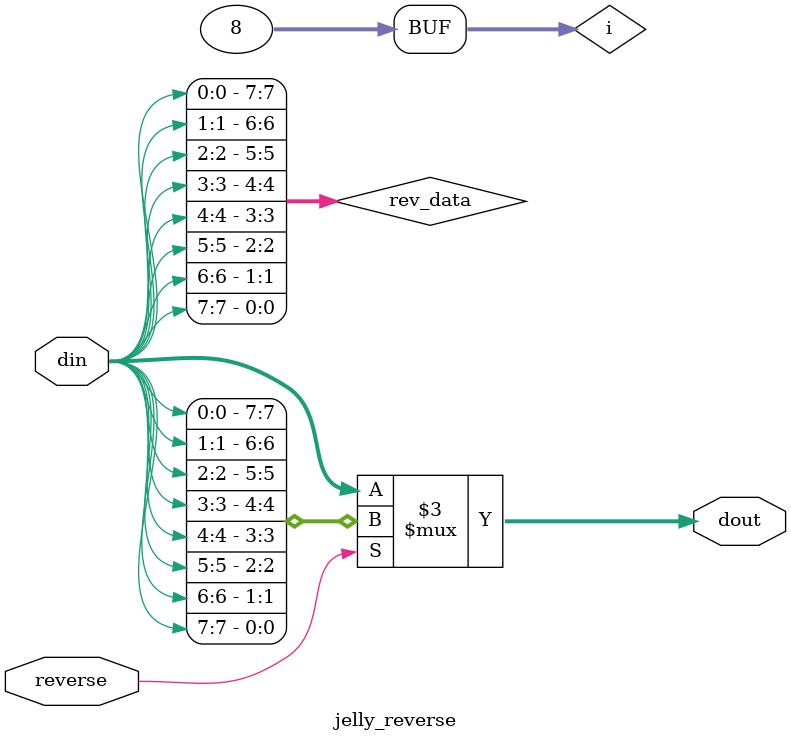
<source format=v>




`timescale 1ns / 1ps
`default_nettype none



// reverse
module jelly_reverse
        #(
            parameter   WIDTH = 8
        )
        (
            input   wire                    reverse,
            
            input   wire    [WIDTH-1:0]     din,
            output  wire    [WIDTH-1:0]     dout
        );
    
    reg     [WIDTH-1:0]     rev_data;
    
    integer i;
    always @* begin
        rev_data = {WIDTH{1'b0}};
        for ( i = 0; i < WIDTH; i = i + 1 ) begin
            rev_data[i] = din[WIDTH-1-i];
        end
    end
    
    assign dout = reverse ? rev_data : din;
    
endmodule


`default_nettype wire


// end of file

</source>
